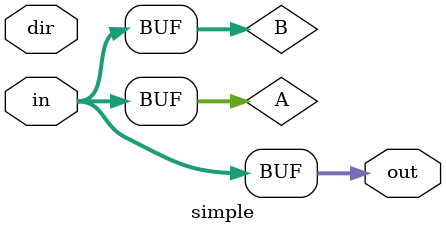
<source format=v>
module simple(in,out,dir);
	input  	[3:0] in;
	input 	dir;
	output reg  [3:0] out;

	reg 	[3:0] A;
	reg 	[3:0] B;
	
	
	always @* begin
		if(dir) begin
			A=in;
			B=A;
			out=B;
		end
		else begin
			B=in;
			A=B;
			out=A;
		end
	end


endmodule

</source>
